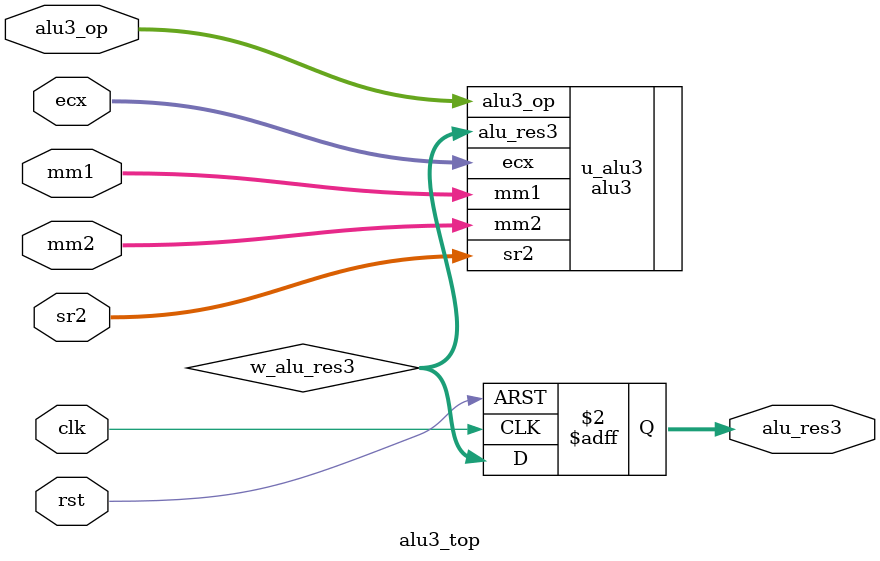
<source format=v>
module alu3_top (
    clk,
    rst,
    mm1,
    mm2,
    sr2,
    ecx,
    alu3_op,
    alu_res3
);


input clk;
input rst;
input [63:0]mm1;
input [63:0]mm2;
input [31:0]sr2;
input [31:0]ecx;
input [4:0] alu3_op;

output reg [63:0]alu_res3;

wire [63:0]w_alu_res3;

alu3 u_alu3(
  .mm1                 (mm1), 
  .mm2                 (mm2), 
  .sr2                 (sr2), 
  .ecx                 (ecx), 
  .alu3_op             (alu3_op), 
  .alu_res3            (w_alu_res3) 

);

always @(posedge clk, posedge rst)
begin
  if(rst)
  begin
    alu_res3   <= 63'd0; 
  end
  else
  begin
    alu_res3   <=w_alu_res3;
  end
end

endmodule

</source>
